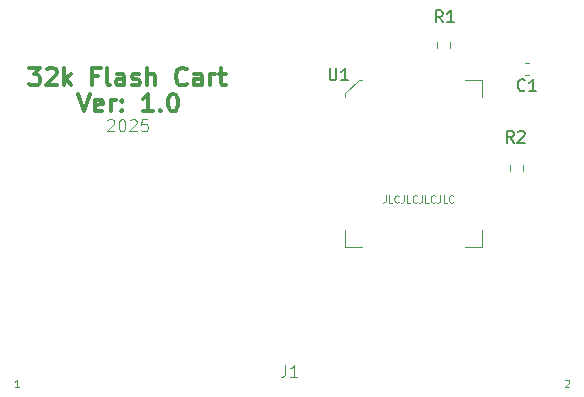
<source format=gbr>
%TF.GenerationSoftware,KiCad,Pcbnew,9.0.0*%
%TF.CreationDate,2025-05-20T18:18:11-06:00*%
%TF.ProjectId,GB_Card32k,47425f43-6172-4643-9332-6b2e6b696361,rev?*%
%TF.SameCoordinates,Original*%
%TF.FileFunction,Legend,Top*%
%TF.FilePolarity,Positive*%
%FSLAX46Y46*%
G04 Gerber Fmt 4.6, Leading zero omitted, Abs format (unit mm)*
G04 Created by KiCad (PCBNEW 9.0.0) date 2025-05-20 18:18:11*
%MOMM*%
%LPD*%
G01*
G04 APERTURE LIST*
%ADD10C,0.100000*%
%ADD11C,0.300000*%
%ADD12C,0.125000*%
%ADD13C,0.150000*%
%ADD14C,0.120000*%
G04 APERTURE END LIST*
D10*
X128856265Y-99367657D02*
X128903884Y-99320038D01*
X128903884Y-99320038D02*
X128999122Y-99272419D01*
X128999122Y-99272419D02*
X129237217Y-99272419D01*
X129237217Y-99272419D02*
X129332455Y-99320038D01*
X129332455Y-99320038D02*
X129380074Y-99367657D01*
X129380074Y-99367657D02*
X129427693Y-99462895D01*
X129427693Y-99462895D02*
X129427693Y-99558133D01*
X129427693Y-99558133D02*
X129380074Y-99700990D01*
X129380074Y-99700990D02*
X128808646Y-100272419D01*
X128808646Y-100272419D02*
X129427693Y-100272419D01*
X130046741Y-99272419D02*
X130141979Y-99272419D01*
X130141979Y-99272419D02*
X130237217Y-99320038D01*
X130237217Y-99320038D02*
X130284836Y-99367657D01*
X130284836Y-99367657D02*
X130332455Y-99462895D01*
X130332455Y-99462895D02*
X130380074Y-99653371D01*
X130380074Y-99653371D02*
X130380074Y-99891466D01*
X130380074Y-99891466D02*
X130332455Y-100081942D01*
X130332455Y-100081942D02*
X130284836Y-100177180D01*
X130284836Y-100177180D02*
X130237217Y-100224800D01*
X130237217Y-100224800D02*
X130141979Y-100272419D01*
X130141979Y-100272419D02*
X130046741Y-100272419D01*
X130046741Y-100272419D02*
X129951503Y-100224800D01*
X129951503Y-100224800D02*
X129903884Y-100177180D01*
X129903884Y-100177180D02*
X129856265Y-100081942D01*
X129856265Y-100081942D02*
X129808646Y-99891466D01*
X129808646Y-99891466D02*
X129808646Y-99653371D01*
X129808646Y-99653371D02*
X129856265Y-99462895D01*
X129856265Y-99462895D02*
X129903884Y-99367657D01*
X129903884Y-99367657D02*
X129951503Y-99320038D01*
X129951503Y-99320038D02*
X130046741Y-99272419D01*
X130761027Y-99367657D02*
X130808646Y-99320038D01*
X130808646Y-99320038D02*
X130903884Y-99272419D01*
X130903884Y-99272419D02*
X131141979Y-99272419D01*
X131141979Y-99272419D02*
X131237217Y-99320038D01*
X131237217Y-99320038D02*
X131284836Y-99367657D01*
X131284836Y-99367657D02*
X131332455Y-99462895D01*
X131332455Y-99462895D02*
X131332455Y-99558133D01*
X131332455Y-99558133D02*
X131284836Y-99700990D01*
X131284836Y-99700990D02*
X130713408Y-100272419D01*
X130713408Y-100272419D02*
X131332455Y-100272419D01*
X132237217Y-99272419D02*
X131761027Y-99272419D01*
X131761027Y-99272419D02*
X131713408Y-99748609D01*
X131713408Y-99748609D02*
X131761027Y-99700990D01*
X131761027Y-99700990D02*
X131856265Y-99653371D01*
X131856265Y-99653371D02*
X132094360Y-99653371D01*
X132094360Y-99653371D02*
X132189598Y-99700990D01*
X132189598Y-99700990D02*
X132237217Y-99748609D01*
X132237217Y-99748609D02*
X132284836Y-99843847D01*
X132284836Y-99843847D02*
X132284836Y-100081942D01*
X132284836Y-100081942D02*
X132237217Y-100177180D01*
X132237217Y-100177180D02*
X132189598Y-100224800D01*
X132189598Y-100224800D02*
X132094360Y-100272419D01*
X132094360Y-100272419D02*
X131856265Y-100272419D01*
X131856265Y-100272419D02*
X131761027Y-100224800D01*
X131761027Y-100224800D02*
X131713408Y-100177180D01*
D11*
X126340225Y-97100828D02*
X126840225Y-98600828D01*
X126840225Y-98600828D02*
X127340225Y-97100828D01*
X128411653Y-98529400D02*
X128268796Y-98600828D01*
X128268796Y-98600828D02*
X127983082Y-98600828D01*
X127983082Y-98600828D02*
X127840224Y-98529400D01*
X127840224Y-98529400D02*
X127768796Y-98386542D01*
X127768796Y-98386542D02*
X127768796Y-97815114D01*
X127768796Y-97815114D02*
X127840224Y-97672257D01*
X127840224Y-97672257D02*
X127983082Y-97600828D01*
X127983082Y-97600828D02*
X128268796Y-97600828D01*
X128268796Y-97600828D02*
X128411653Y-97672257D01*
X128411653Y-97672257D02*
X128483082Y-97815114D01*
X128483082Y-97815114D02*
X128483082Y-97957971D01*
X128483082Y-97957971D02*
X127768796Y-98100828D01*
X129125938Y-98600828D02*
X129125938Y-97600828D01*
X129125938Y-97886542D02*
X129197367Y-97743685D01*
X129197367Y-97743685D02*
X129268796Y-97672257D01*
X129268796Y-97672257D02*
X129411653Y-97600828D01*
X129411653Y-97600828D02*
X129554510Y-97600828D01*
X130054509Y-98457971D02*
X130125938Y-98529400D01*
X130125938Y-98529400D02*
X130054509Y-98600828D01*
X130054509Y-98600828D02*
X129983081Y-98529400D01*
X129983081Y-98529400D02*
X130054509Y-98457971D01*
X130054509Y-98457971D02*
X130054509Y-98600828D01*
X130054509Y-97672257D02*
X130125938Y-97743685D01*
X130125938Y-97743685D02*
X130054509Y-97815114D01*
X130054509Y-97815114D02*
X129983081Y-97743685D01*
X129983081Y-97743685D02*
X130054509Y-97672257D01*
X130054509Y-97672257D02*
X130054509Y-97815114D01*
X132697367Y-98600828D02*
X131840224Y-98600828D01*
X132268795Y-98600828D02*
X132268795Y-97100828D01*
X132268795Y-97100828D02*
X132125938Y-97315114D01*
X132125938Y-97315114D02*
X131983081Y-97457971D01*
X131983081Y-97457971D02*
X131840224Y-97529400D01*
X133340223Y-98457971D02*
X133411652Y-98529400D01*
X133411652Y-98529400D02*
X133340223Y-98600828D01*
X133340223Y-98600828D02*
X133268795Y-98529400D01*
X133268795Y-98529400D02*
X133340223Y-98457971D01*
X133340223Y-98457971D02*
X133340223Y-98600828D01*
X134340224Y-97100828D02*
X134483081Y-97100828D01*
X134483081Y-97100828D02*
X134625938Y-97172257D01*
X134625938Y-97172257D02*
X134697367Y-97243685D01*
X134697367Y-97243685D02*
X134768795Y-97386542D01*
X134768795Y-97386542D02*
X134840224Y-97672257D01*
X134840224Y-97672257D02*
X134840224Y-98029400D01*
X134840224Y-98029400D02*
X134768795Y-98315114D01*
X134768795Y-98315114D02*
X134697367Y-98457971D01*
X134697367Y-98457971D02*
X134625938Y-98529400D01*
X134625938Y-98529400D02*
X134483081Y-98600828D01*
X134483081Y-98600828D02*
X134340224Y-98600828D01*
X134340224Y-98600828D02*
X134197367Y-98529400D01*
X134197367Y-98529400D02*
X134125938Y-98457971D01*
X134125938Y-98457971D02*
X134054509Y-98315114D01*
X134054509Y-98315114D02*
X133983081Y-98029400D01*
X133983081Y-98029400D02*
X133983081Y-97672257D01*
X133983081Y-97672257D02*
X134054509Y-97386542D01*
X134054509Y-97386542D02*
X134125938Y-97243685D01*
X134125938Y-97243685D02*
X134197367Y-97172257D01*
X134197367Y-97172257D02*
X134340224Y-97100828D01*
X122211653Y-94900828D02*
X123140225Y-94900828D01*
X123140225Y-94900828D02*
X122640225Y-95472257D01*
X122640225Y-95472257D02*
X122854510Y-95472257D01*
X122854510Y-95472257D02*
X122997368Y-95543685D01*
X122997368Y-95543685D02*
X123068796Y-95615114D01*
X123068796Y-95615114D02*
X123140225Y-95757971D01*
X123140225Y-95757971D02*
X123140225Y-96115114D01*
X123140225Y-96115114D02*
X123068796Y-96257971D01*
X123068796Y-96257971D02*
X122997368Y-96329400D01*
X122997368Y-96329400D02*
X122854510Y-96400828D01*
X122854510Y-96400828D02*
X122425939Y-96400828D01*
X122425939Y-96400828D02*
X122283082Y-96329400D01*
X122283082Y-96329400D02*
X122211653Y-96257971D01*
X123711653Y-95043685D02*
X123783081Y-94972257D01*
X123783081Y-94972257D02*
X123925939Y-94900828D01*
X123925939Y-94900828D02*
X124283081Y-94900828D01*
X124283081Y-94900828D02*
X124425939Y-94972257D01*
X124425939Y-94972257D02*
X124497367Y-95043685D01*
X124497367Y-95043685D02*
X124568796Y-95186542D01*
X124568796Y-95186542D02*
X124568796Y-95329400D01*
X124568796Y-95329400D02*
X124497367Y-95543685D01*
X124497367Y-95543685D02*
X123640224Y-96400828D01*
X123640224Y-96400828D02*
X124568796Y-96400828D01*
X125211652Y-96400828D02*
X125211652Y-94900828D01*
X125354510Y-95829400D02*
X125783081Y-96400828D01*
X125783081Y-95400828D02*
X125211652Y-95972257D01*
X128068795Y-95615114D02*
X127568795Y-95615114D01*
X127568795Y-96400828D02*
X127568795Y-94900828D01*
X127568795Y-94900828D02*
X128283081Y-94900828D01*
X129068795Y-96400828D02*
X128925938Y-96329400D01*
X128925938Y-96329400D02*
X128854509Y-96186542D01*
X128854509Y-96186542D02*
X128854509Y-94900828D01*
X130283081Y-96400828D02*
X130283081Y-95615114D01*
X130283081Y-95615114D02*
X130211652Y-95472257D01*
X130211652Y-95472257D02*
X130068795Y-95400828D01*
X130068795Y-95400828D02*
X129783081Y-95400828D01*
X129783081Y-95400828D02*
X129640223Y-95472257D01*
X130283081Y-96329400D02*
X130140223Y-96400828D01*
X130140223Y-96400828D02*
X129783081Y-96400828D01*
X129783081Y-96400828D02*
X129640223Y-96329400D01*
X129640223Y-96329400D02*
X129568795Y-96186542D01*
X129568795Y-96186542D02*
X129568795Y-96043685D01*
X129568795Y-96043685D02*
X129640223Y-95900828D01*
X129640223Y-95900828D02*
X129783081Y-95829400D01*
X129783081Y-95829400D02*
X130140223Y-95829400D01*
X130140223Y-95829400D02*
X130283081Y-95757971D01*
X130925938Y-96329400D02*
X131068795Y-96400828D01*
X131068795Y-96400828D02*
X131354509Y-96400828D01*
X131354509Y-96400828D02*
X131497366Y-96329400D01*
X131497366Y-96329400D02*
X131568795Y-96186542D01*
X131568795Y-96186542D02*
X131568795Y-96115114D01*
X131568795Y-96115114D02*
X131497366Y-95972257D01*
X131497366Y-95972257D02*
X131354509Y-95900828D01*
X131354509Y-95900828D02*
X131140224Y-95900828D01*
X131140224Y-95900828D02*
X130997366Y-95829400D01*
X130997366Y-95829400D02*
X130925938Y-95686542D01*
X130925938Y-95686542D02*
X130925938Y-95615114D01*
X130925938Y-95615114D02*
X130997366Y-95472257D01*
X130997366Y-95472257D02*
X131140224Y-95400828D01*
X131140224Y-95400828D02*
X131354509Y-95400828D01*
X131354509Y-95400828D02*
X131497366Y-95472257D01*
X132211652Y-96400828D02*
X132211652Y-94900828D01*
X132854510Y-96400828D02*
X132854510Y-95615114D01*
X132854510Y-95615114D02*
X132783081Y-95472257D01*
X132783081Y-95472257D02*
X132640224Y-95400828D01*
X132640224Y-95400828D02*
X132425938Y-95400828D01*
X132425938Y-95400828D02*
X132283081Y-95472257D01*
X132283081Y-95472257D02*
X132211652Y-95543685D01*
X135568795Y-96257971D02*
X135497367Y-96329400D01*
X135497367Y-96329400D02*
X135283081Y-96400828D01*
X135283081Y-96400828D02*
X135140224Y-96400828D01*
X135140224Y-96400828D02*
X134925938Y-96329400D01*
X134925938Y-96329400D02*
X134783081Y-96186542D01*
X134783081Y-96186542D02*
X134711652Y-96043685D01*
X134711652Y-96043685D02*
X134640224Y-95757971D01*
X134640224Y-95757971D02*
X134640224Y-95543685D01*
X134640224Y-95543685D02*
X134711652Y-95257971D01*
X134711652Y-95257971D02*
X134783081Y-95115114D01*
X134783081Y-95115114D02*
X134925938Y-94972257D01*
X134925938Y-94972257D02*
X135140224Y-94900828D01*
X135140224Y-94900828D02*
X135283081Y-94900828D01*
X135283081Y-94900828D02*
X135497367Y-94972257D01*
X135497367Y-94972257D02*
X135568795Y-95043685D01*
X136854510Y-96400828D02*
X136854510Y-95615114D01*
X136854510Y-95615114D02*
X136783081Y-95472257D01*
X136783081Y-95472257D02*
X136640224Y-95400828D01*
X136640224Y-95400828D02*
X136354510Y-95400828D01*
X136354510Y-95400828D02*
X136211652Y-95472257D01*
X136854510Y-96329400D02*
X136711652Y-96400828D01*
X136711652Y-96400828D02*
X136354510Y-96400828D01*
X136354510Y-96400828D02*
X136211652Y-96329400D01*
X136211652Y-96329400D02*
X136140224Y-96186542D01*
X136140224Y-96186542D02*
X136140224Y-96043685D01*
X136140224Y-96043685D02*
X136211652Y-95900828D01*
X136211652Y-95900828D02*
X136354510Y-95829400D01*
X136354510Y-95829400D02*
X136711652Y-95829400D01*
X136711652Y-95829400D02*
X136854510Y-95757971D01*
X137568795Y-96400828D02*
X137568795Y-95400828D01*
X137568795Y-95686542D02*
X137640224Y-95543685D01*
X137640224Y-95543685D02*
X137711653Y-95472257D01*
X137711653Y-95472257D02*
X137854510Y-95400828D01*
X137854510Y-95400828D02*
X137997367Y-95400828D01*
X138283081Y-95400828D02*
X138854509Y-95400828D01*
X138497366Y-94900828D02*
X138497366Y-96186542D01*
X138497366Y-96186542D02*
X138568795Y-96329400D01*
X138568795Y-96329400D02*
X138711652Y-96400828D01*
X138711652Y-96400828D02*
X138854509Y-96400828D01*
D12*
X152396521Y-105720071D02*
X152396521Y-106148642D01*
X152396521Y-106148642D02*
X152367950Y-106234357D01*
X152367950Y-106234357D02*
X152310807Y-106291500D01*
X152310807Y-106291500D02*
X152225093Y-106320071D01*
X152225093Y-106320071D02*
X152167950Y-106320071D01*
X152967950Y-106320071D02*
X152682236Y-106320071D01*
X152682236Y-106320071D02*
X152682236Y-105720071D01*
X153510807Y-106262928D02*
X153482235Y-106291500D01*
X153482235Y-106291500D02*
X153396521Y-106320071D01*
X153396521Y-106320071D02*
X153339378Y-106320071D01*
X153339378Y-106320071D02*
X153253664Y-106291500D01*
X153253664Y-106291500D02*
X153196521Y-106234357D01*
X153196521Y-106234357D02*
X153167950Y-106177214D01*
X153167950Y-106177214D02*
X153139378Y-106062928D01*
X153139378Y-106062928D02*
X153139378Y-105977214D01*
X153139378Y-105977214D02*
X153167950Y-105862928D01*
X153167950Y-105862928D02*
X153196521Y-105805785D01*
X153196521Y-105805785D02*
X153253664Y-105748642D01*
X153253664Y-105748642D02*
X153339378Y-105720071D01*
X153339378Y-105720071D02*
X153396521Y-105720071D01*
X153396521Y-105720071D02*
X153482235Y-105748642D01*
X153482235Y-105748642D02*
X153510807Y-105777214D01*
X153939378Y-105720071D02*
X153939378Y-106148642D01*
X153939378Y-106148642D02*
X153910807Y-106234357D01*
X153910807Y-106234357D02*
X153853664Y-106291500D01*
X153853664Y-106291500D02*
X153767950Y-106320071D01*
X153767950Y-106320071D02*
X153710807Y-106320071D01*
X154510807Y-106320071D02*
X154225093Y-106320071D01*
X154225093Y-106320071D02*
X154225093Y-105720071D01*
X155053664Y-106262928D02*
X155025092Y-106291500D01*
X155025092Y-106291500D02*
X154939378Y-106320071D01*
X154939378Y-106320071D02*
X154882235Y-106320071D01*
X154882235Y-106320071D02*
X154796521Y-106291500D01*
X154796521Y-106291500D02*
X154739378Y-106234357D01*
X154739378Y-106234357D02*
X154710807Y-106177214D01*
X154710807Y-106177214D02*
X154682235Y-106062928D01*
X154682235Y-106062928D02*
X154682235Y-105977214D01*
X154682235Y-105977214D02*
X154710807Y-105862928D01*
X154710807Y-105862928D02*
X154739378Y-105805785D01*
X154739378Y-105805785D02*
X154796521Y-105748642D01*
X154796521Y-105748642D02*
X154882235Y-105720071D01*
X154882235Y-105720071D02*
X154939378Y-105720071D01*
X154939378Y-105720071D02*
X155025092Y-105748642D01*
X155025092Y-105748642D02*
X155053664Y-105777214D01*
X155482235Y-105720071D02*
X155482235Y-106148642D01*
X155482235Y-106148642D02*
X155453664Y-106234357D01*
X155453664Y-106234357D02*
X155396521Y-106291500D01*
X155396521Y-106291500D02*
X155310807Y-106320071D01*
X155310807Y-106320071D02*
X155253664Y-106320071D01*
X156053664Y-106320071D02*
X155767950Y-106320071D01*
X155767950Y-106320071D02*
X155767950Y-105720071D01*
X156596521Y-106262928D02*
X156567949Y-106291500D01*
X156567949Y-106291500D02*
X156482235Y-106320071D01*
X156482235Y-106320071D02*
X156425092Y-106320071D01*
X156425092Y-106320071D02*
X156339378Y-106291500D01*
X156339378Y-106291500D02*
X156282235Y-106234357D01*
X156282235Y-106234357D02*
X156253664Y-106177214D01*
X156253664Y-106177214D02*
X156225092Y-106062928D01*
X156225092Y-106062928D02*
X156225092Y-105977214D01*
X156225092Y-105977214D02*
X156253664Y-105862928D01*
X156253664Y-105862928D02*
X156282235Y-105805785D01*
X156282235Y-105805785D02*
X156339378Y-105748642D01*
X156339378Y-105748642D02*
X156425092Y-105720071D01*
X156425092Y-105720071D02*
X156482235Y-105720071D01*
X156482235Y-105720071D02*
X156567949Y-105748642D01*
X156567949Y-105748642D02*
X156596521Y-105777214D01*
X157025092Y-105720071D02*
X157025092Y-106148642D01*
X157025092Y-106148642D02*
X156996521Y-106234357D01*
X156996521Y-106234357D02*
X156939378Y-106291500D01*
X156939378Y-106291500D02*
X156853664Y-106320071D01*
X156853664Y-106320071D02*
X156796521Y-106320071D01*
X157596521Y-106320071D02*
X157310807Y-106320071D01*
X157310807Y-106320071D02*
X157310807Y-105720071D01*
X158139378Y-106262928D02*
X158110806Y-106291500D01*
X158110806Y-106291500D02*
X158025092Y-106320071D01*
X158025092Y-106320071D02*
X157967949Y-106320071D01*
X157967949Y-106320071D02*
X157882235Y-106291500D01*
X157882235Y-106291500D02*
X157825092Y-106234357D01*
X157825092Y-106234357D02*
X157796521Y-106177214D01*
X157796521Y-106177214D02*
X157767949Y-106062928D01*
X157767949Y-106062928D02*
X157767949Y-105977214D01*
X157767949Y-105977214D02*
X157796521Y-105862928D01*
X157796521Y-105862928D02*
X157825092Y-105805785D01*
X157825092Y-105805785D02*
X157882235Y-105748642D01*
X157882235Y-105748642D02*
X157967949Y-105720071D01*
X157967949Y-105720071D02*
X158025092Y-105720071D01*
X158025092Y-105720071D02*
X158110806Y-105748642D01*
X158110806Y-105748642D02*
X158139378Y-105777214D01*
X121339378Y-121920071D02*
X120996521Y-121920071D01*
X121167950Y-121920071D02*
X121167950Y-121320071D01*
X121167950Y-121320071D02*
X121110807Y-121405785D01*
X121110807Y-121405785D02*
X121053664Y-121462928D01*
X121053664Y-121462928D02*
X120996521Y-121491500D01*
X167596521Y-121377214D02*
X167625093Y-121348642D01*
X167625093Y-121348642D02*
X167682236Y-121320071D01*
X167682236Y-121320071D02*
X167825093Y-121320071D01*
X167825093Y-121320071D02*
X167882236Y-121348642D01*
X167882236Y-121348642D02*
X167910807Y-121377214D01*
X167910807Y-121377214D02*
X167939378Y-121434357D01*
X167939378Y-121434357D02*
X167939378Y-121491500D01*
X167939378Y-121491500D02*
X167910807Y-121577214D01*
X167910807Y-121577214D02*
X167567950Y-121920071D01*
X167567950Y-121920071D02*
X167939378Y-121920071D01*
D13*
X163233333Y-101254819D02*
X162900000Y-100778628D01*
X162661905Y-101254819D02*
X162661905Y-100254819D01*
X162661905Y-100254819D02*
X163042857Y-100254819D01*
X163042857Y-100254819D02*
X163138095Y-100302438D01*
X163138095Y-100302438D02*
X163185714Y-100350057D01*
X163185714Y-100350057D02*
X163233333Y-100445295D01*
X163233333Y-100445295D02*
X163233333Y-100588152D01*
X163233333Y-100588152D02*
X163185714Y-100683390D01*
X163185714Y-100683390D02*
X163138095Y-100731009D01*
X163138095Y-100731009D02*
X163042857Y-100778628D01*
X163042857Y-100778628D02*
X162661905Y-100778628D01*
X163614286Y-100350057D02*
X163661905Y-100302438D01*
X163661905Y-100302438D02*
X163757143Y-100254819D01*
X163757143Y-100254819D02*
X163995238Y-100254819D01*
X163995238Y-100254819D02*
X164090476Y-100302438D01*
X164090476Y-100302438D02*
X164138095Y-100350057D01*
X164138095Y-100350057D02*
X164185714Y-100445295D01*
X164185714Y-100445295D02*
X164185714Y-100540533D01*
X164185714Y-100540533D02*
X164138095Y-100683390D01*
X164138095Y-100683390D02*
X163566667Y-101254819D01*
X163566667Y-101254819D02*
X164185714Y-101254819D01*
X147658095Y-94954819D02*
X147658095Y-95764342D01*
X147658095Y-95764342D02*
X147705714Y-95859580D01*
X147705714Y-95859580D02*
X147753333Y-95907200D01*
X147753333Y-95907200D02*
X147848571Y-95954819D01*
X147848571Y-95954819D02*
X148039047Y-95954819D01*
X148039047Y-95954819D02*
X148134285Y-95907200D01*
X148134285Y-95907200D02*
X148181904Y-95859580D01*
X148181904Y-95859580D02*
X148229523Y-95764342D01*
X148229523Y-95764342D02*
X148229523Y-94954819D01*
X149229523Y-95954819D02*
X148658095Y-95954819D01*
X148943809Y-95954819D02*
X148943809Y-94954819D01*
X148943809Y-94954819D02*
X148848571Y-95097676D01*
X148848571Y-95097676D02*
X148753333Y-95192914D01*
X148753333Y-95192914D02*
X148658095Y-95240533D01*
D10*
X143916666Y-120057419D02*
X143916666Y-120771704D01*
X143916666Y-120771704D02*
X143869047Y-120914561D01*
X143869047Y-120914561D02*
X143773809Y-121009800D01*
X143773809Y-121009800D02*
X143630952Y-121057419D01*
X143630952Y-121057419D02*
X143535714Y-121057419D01*
X144916666Y-121057419D02*
X144345238Y-121057419D01*
X144630952Y-121057419D02*
X144630952Y-120057419D01*
X144630952Y-120057419D02*
X144535714Y-120200276D01*
X144535714Y-120200276D02*
X144440476Y-120295514D01*
X144440476Y-120295514D02*
X144345238Y-120343133D01*
D13*
X157233333Y-91054819D02*
X156900000Y-90578628D01*
X156661905Y-91054819D02*
X156661905Y-90054819D01*
X156661905Y-90054819D02*
X157042857Y-90054819D01*
X157042857Y-90054819D02*
X157138095Y-90102438D01*
X157138095Y-90102438D02*
X157185714Y-90150057D01*
X157185714Y-90150057D02*
X157233333Y-90245295D01*
X157233333Y-90245295D02*
X157233333Y-90388152D01*
X157233333Y-90388152D02*
X157185714Y-90483390D01*
X157185714Y-90483390D02*
X157138095Y-90531009D01*
X157138095Y-90531009D02*
X157042857Y-90578628D01*
X157042857Y-90578628D02*
X156661905Y-90578628D01*
X158185714Y-91054819D02*
X157614286Y-91054819D01*
X157900000Y-91054819D02*
X157900000Y-90054819D01*
X157900000Y-90054819D02*
X157804762Y-90197676D01*
X157804762Y-90197676D02*
X157709524Y-90292914D01*
X157709524Y-90292914D02*
X157614286Y-90340533D01*
X164195833Y-96789580D02*
X164148214Y-96837200D01*
X164148214Y-96837200D02*
X164005357Y-96884819D01*
X164005357Y-96884819D02*
X163910119Y-96884819D01*
X163910119Y-96884819D02*
X163767262Y-96837200D01*
X163767262Y-96837200D02*
X163672024Y-96741961D01*
X163672024Y-96741961D02*
X163624405Y-96646723D01*
X163624405Y-96646723D02*
X163576786Y-96456247D01*
X163576786Y-96456247D02*
X163576786Y-96313390D01*
X163576786Y-96313390D02*
X163624405Y-96122914D01*
X163624405Y-96122914D02*
X163672024Y-96027676D01*
X163672024Y-96027676D02*
X163767262Y-95932438D01*
X163767262Y-95932438D02*
X163910119Y-95884819D01*
X163910119Y-95884819D02*
X164005357Y-95884819D01*
X164005357Y-95884819D02*
X164148214Y-95932438D01*
X164148214Y-95932438D02*
X164195833Y-95980057D01*
X165148214Y-96884819D02*
X164576786Y-96884819D01*
X164862500Y-96884819D02*
X164862500Y-95884819D01*
X164862500Y-95884819D02*
X164767262Y-96027676D01*
X164767262Y-96027676D02*
X164672024Y-96122914D01*
X164672024Y-96122914D02*
X164576786Y-96170533D01*
D14*
%TO.C,R2*%
X162977500Y-103105276D02*
X162977500Y-103614724D01*
X164022500Y-103105276D02*
X164022500Y-103614724D01*
%TO.C,U1*%
X148945000Y-97077218D02*
X148945000Y-97360000D01*
X150117218Y-95905000D02*
X148945000Y-97077218D01*
X150400000Y-95905000D02*
X150117218Y-95905000D01*
X160595000Y-110095000D02*
X160595000Y-108640000D01*
X159140000Y-110095000D02*
X160595000Y-110095000D01*
X148945000Y-110095000D02*
X148945000Y-108640000D01*
X150400000Y-110095000D02*
X148945000Y-110095000D01*
X160595000Y-95905000D02*
X160595000Y-97360000D01*
X159140000Y-95905000D02*
X160595000Y-95905000D01*
%TO.C,R1*%
X157842500Y-92745276D02*
X157842500Y-93254724D01*
X156797500Y-92745276D02*
X156797500Y-93254724D01*
%TO.C,C1*%
X164508767Y-95510000D02*
X164216233Y-95510000D01*
X164508767Y-94490000D02*
X164216233Y-94490000D01*
%TD*%
M02*

</source>
